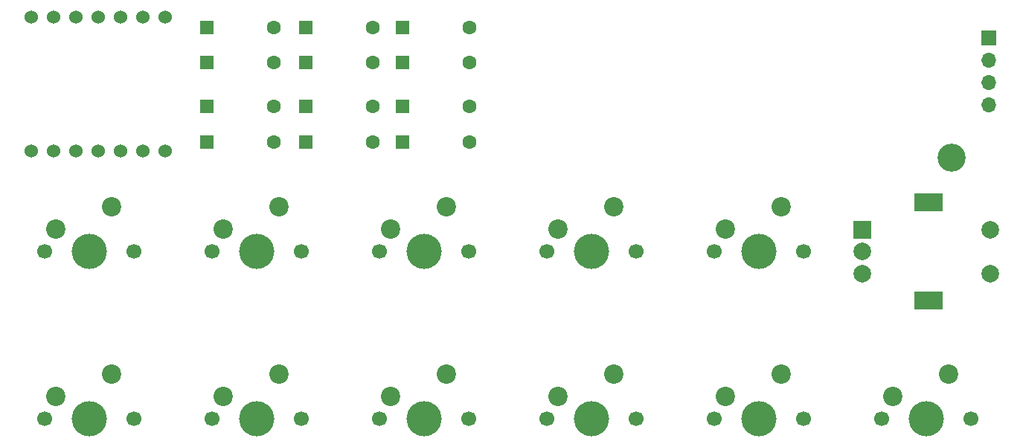
<source format=gbr>
%TF.GenerationSoftware,KiCad,Pcbnew,9.0.6*%
%TF.CreationDate,2025-12-11T12:47:50+11:00*%
%TF.ProjectId,vali-macroPAD,76616c69-2d6d-4616-9372-6f5041442e6b,rev?*%
%TF.SameCoordinates,Original*%
%TF.FileFunction,Soldermask,Bot*%
%TF.FilePolarity,Negative*%
%FSLAX46Y46*%
G04 Gerber Fmt 4.6, Leading zero omitted, Abs format (unit mm)*
G04 Created by KiCad (PCBNEW 9.0.6) date 2025-12-11 12:47:50*
%MOMM*%
%LPD*%
G01*
G04 APERTURE LIST*
G04 Aperture macros list*
%AMRoundRect*
0 Rectangle with rounded corners*
0 $1 Rounding radius*
0 $2 $3 $4 $5 $6 $7 $8 $9 X,Y pos of 4 corners*
0 Add a 4 corners polygon primitive as box body*
4,1,4,$2,$3,$4,$5,$6,$7,$8,$9,$2,$3,0*
0 Add four circle primitives for the rounded corners*
1,1,$1+$1,$2,$3*
1,1,$1+$1,$4,$5*
1,1,$1+$1,$6,$7*
1,1,$1+$1,$8,$9*
0 Add four rect primitives between the rounded corners*
20,1,$1+$1,$2,$3,$4,$5,0*
20,1,$1+$1,$4,$5,$6,$7,0*
20,1,$1+$1,$6,$7,$8,$9,0*
20,1,$1+$1,$8,$9,$2,$3,0*%
G04 Aperture macros list end*
%ADD10C,1.700000*%
%ADD11C,4.000000*%
%ADD12C,2.200000*%
%ADD13R,2.000000X2.000000*%
%ADD14C,2.000000*%
%ADD15R,3.200000X2.000000*%
%ADD16RoundRect,0.250000X-0.550000X-0.550000X0.550000X-0.550000X0.550000X0.550000X-0.550000X0.550000X0*%
%ADD17C,1.600000*%
%ADD18C,3.200000*%
%ADD19R,1.700000X1.700000*%
%ADD20O,1.700000X1.700000*%
%ADD21C,1.524000*%
G04 APERTURE END LIST*
D10*
%TO.C,SW11*%
X175895000Y-109537500D03*
D11*
X180975000Y-109537500D03*
D10*
X186055000Y-109537500D03*
D12*
X183515000Y-104457500D03*
X177165000Y-106997500D03*
%TD*%
D10*
%TO.C,SW6*%
X118745000Y-109537500D03*
D11*
X123825000Y-109537500D03*
D10*
X128905000Y-109537500D03*
D12*
X126365000Y-104457500D03*
X120015000Y-106997500D03*
%TD*%
D13*
%TO.C,SW10*%
X192775000Y-87987500D03*
D14*
X192775000Y-92987500D03*
X192775000Y-90487500D03*
D15*
X200275000Y-84887500D03*
X200275000Y-96087500D03*
D14*
X207275000Y-92987500D03*
X207275000Y-87987500D03*
%TD*%
D16*
%TO.C,D2*%
X118190000Y-69000000D03*
D17*
X125810000Y-69000000D03*
%TD*%
D16*
%TO.C,D10*%
X140380000Y-69000000D03*
D17*
X148000000Y-69000000D03*
%TD*%
D10*
%TO.C,SW3*%
X137795000Y-90487500D03*
D11*
X142875000Y-90487500D03*
D10*
X147955000Y-90487500D03*
D12*
X145415000Y-85407500D03*
X139065000Y-87947500D03*
%TD*%
D16*
%TO.C,D7*%
X129380000Y-74000000D03*
D17*
X137000000Y-74000000D03*
%TD*%
D16*
%TO.C,D12*%
X140380000Y-78000000D03*
D17*
X148000000Y-78000000D03*
%TD*%
D16*
%TO.C,D8*%
X129380000Y-78000000D03*
D17*
X137000000Y-78000000D03*
%TD*%
D10*
%TO.C,SW7*%
X137795000Y-109537500D03*
D11*
X142875000Y-109537500D03*
D10*
X147955000Y-109537500D03*
D12*
X145415000Y-104457500D03*
X139065000Y-106997500D03*
%TD*%
D10*
%TO.C,SW4*%
X156845000Y-90487500D03*
D11*
X161925000Y-90487500D03*
D10*
X167005000Y-90487500D03*
D12*
X164465000Y-85407500D03*
X158115000Y-87947500D03*
%TD*%
D10*
%TO.C,SW12*%
X194945000Y-109537500D03*
D11*
X200025000Y-109537500D03*
D10*
X205105000Y-109537500D03*
D12*
X202565000Y-104457500D03*
X196215000Y-106997500D03*
%TD*%
D16*
%TO.C,D6*%
X129380000Y-69000000D03*
D17*
X137000000Y-69000000D03*
%TD*%
D18*
%TO.C,M3*%
X202900000Y-79800000D03*
%TD*%
D10*
%TO.C,SW1*%
X99695000Y-90487500D03*
D11*
X104775000Y-90487500D03*
D10*
X109855000Y-90487500D03*
D12*
X107315000Y-85407500D03*
X100965000Y-87947500D03*
%TD*%
D19*
%TO.C,OL1*%
X207168750Y-66198750D03*
D20*
X207168750Y-68738750D03*
X207168750Y-71278750D03*
X207168750Y-73818750D03*
%TD*%
D10*
%TO.C,SW8*%
X156845000Y-109537500D03*
D11*
X161925000Y-109537500D03*
D10*
X167005000Y-109537500D03*
D12*
X164465000Y-104457500D03*
X158115000Y-106997500D03*
%TD*%
D16*
%TO.C,D11*%
X140380000Y-74000000D03*
D17*
X148000000Y-74000000D03*
%TD*%
D21*
%TO.C,U1*%
X98151250Y-79057500D03*
X100691250Y-79057500D03*
X103231250Y-79057500D03*
X105771250Y-79057500D03*
X108311250Y-79057500D03*
X110851250Y-79057500D03*
X113391250Y-79057500D03*
X113391250Y-63817500D03*
X110851250Y-63817500D03*
X108311250Y-63817500D03*
X105771250Y-63817500D03*
X103231250Y-63817500D03*
X100691250Y-63817500D03*
X98151250Y-63817500D03*
%TD*%
D16*
%TO.C,D5*%
X129380000Y-65000000D03*
D17*
X137000000Y-65000000D03*
%TD*%
D10*
%TO.C,SW9*%
X175895000Y-90487500D03*
D11*
X180975000Y-90487500D03*
D10*
X186055000Y-90487500D03*
D12*
X183515000Y-85407500D03*
X177165000Y-87947500D03*
%TD*%
D16*
%TO.C,D9*%
X140380000Y-65000000D03*
D17*
X148000000Y-65000000D03*
%TD*%
D16*
%TO.C,D4*%
X118190000Y-78000000D03*
D17*
X125810000Y-78000000D03*
%TD*%
D16*
%TO.C,D1*%
X118190000Y-65000000D03*
D17*
X125810000Y-65000000D03*
%TD*%
D10*
%TO.C,SW5*%
X99695000Y-109537500D03*
D11*
X104775000Y-109537500D03*
D10*
X109855000Y-109537500D03*
D12*
X107315000Y-104457500D03*
X100965000Y-106997500D03*
%TD*%
D10*
%TO.C,SW2*%
X118745000Y-90487500D03*
D11*
X123825000Y-90487500D03*
D10*
X128905000Y-90487500D03*
D12*
X126365000Y-85407500D03*
X120015000Y-87947500D03*
%TD*%
D16*
%TO.C,D3*%
X118190000Y-74000000D03*
D17*
X125810000Y-74000000D03*
%TD*%
M02*

</source>
